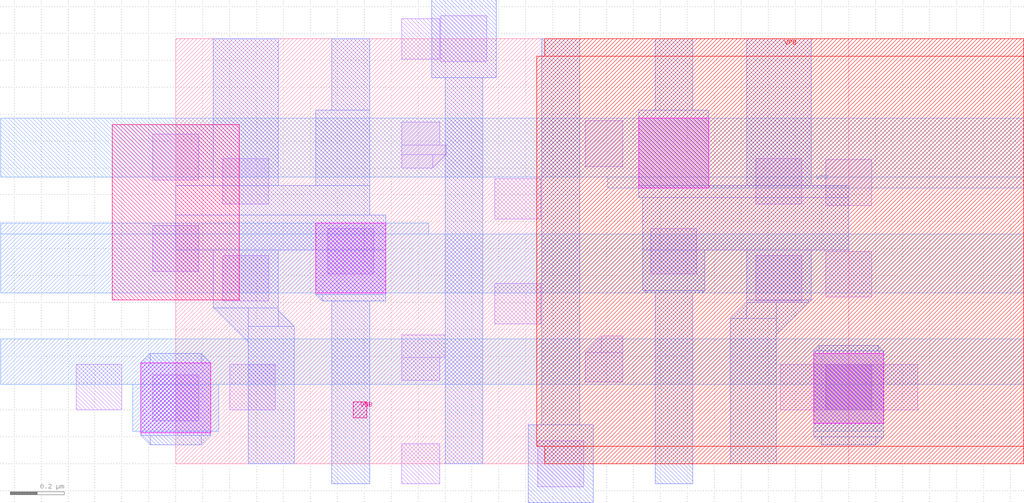
<source format=lef>
# Copyright 2020 The SkyWater PDK Authors
#
# Licensed under the Apache License, Version 2.0 (the "License");
# you may not use this file except in compliance with the License.
# You may obtain a copy of the License at
#
#     https://www.apache.org/licenses/LICENSE-2.0
#
# Unless required by applicable law or agreed to in writing, software
# distributed under the License is distributed on an "AS IS" BASIS,
# WITHOUT WARRANTIES OR CONDITIONS OF ANY KIND, either express or implied.
# See the License for the specific language governing permissions and
# limitations under the License.
#
# SPDX-License-Identifier: Apache-2.0

VERSION 5.7 ;
  NOWIREEXTENSIONATPIN ON ;
  DIVIDERCHAR "/" ;
  BUSBITCHARS "[]" ;
MACRO sky130_fd_bd_sram__openram_cell_6t
  CLASS BLOCK ;
  FOREIGN sky130_fd_bd_sram__openram_cell_6t ;
  ORIGIN  0.000000  0.000000 ;
  SIZE  2.500000 BY  1.580000 ;
  PIN VNB
    PORT
      LAYER pwell ;
        RECT 0.660000 0.170000 0.710000 0.230000 ;
    END
  END VNB
  PIN VPB
    ANTENNADIFFAREA  0.442800 ;
    PORT
      LAYER met2 ;
        RECT -0.650000 1.065000 3.150000 1.285000 ;
        RECT  1.605000 1.025000 3.150000 1.065000 ;
      LAYER nwell ;
        RECT 1.340000 0.065000 3.150000 1.515000 ;
        RECT 1.370000 0.000000 3.150000 0.065000 ;
        RECT 1.370000 1.515000 3.150000 1.580000 ;
    END
  END VPB
  OBS
    LAYER li1 ;
      POLYGON  0.955000  1.150000  1.005000 1.150000 0.955000 1.100000 ;
      POLYGON  1.580000  0.475000  1.580000 0.415000 1.520000 0.415000 ;
      RECT -0.370000  0.200000 -0.200000 0.370000 ;
      RECT -0.085000  0.160000  0.085000 0.330000 ;
      RECT -0.085000  0.715000  0.085000 0.885000 ;
      RECT -0.085000  1.055000  0.085000 1.225000 ;
      RECT  0.175000  0.605000  0.345000 0.775000 ;
      RECT  0.175000  0.965000  0.345000 1.135000 ;
      RECT  0.200000  0.200000  0.370000 0.370000 ;
      RECT  0.565000  0.705000  0.735000 0.875000 ;
      RECT  0.840000 -0.075000  0.980000 0.075000 ;
      RECT  0.840000  0.310000  0.980000 0.395000 ;
      RECT  0.840000  0.395000  1.000000 0.480000 ;
      RECT  0.840000  1.100000  0.955000 1.150000 ;
      RECT  0.840000  1.150000  1.005000 1.185000 ;
      RECT  0.840000  1.185000  0.980000 1.270000 ;
      RECT  0.840000  1.505000  0.980000 1.655000 ;
      RECT  0.985000  1.495000  1.155000 1.665000 ;
      RECT  1.185000  0.520000  1.355000 0.670000 ;
      RECT  1.185000  0.910000  1.355000 1.060000 ;
      RECT  1.345000 -0.085000  1.515000 0.085000 ;
      RECT  1.520000  0.305000  1.660000 0.415000 ;
      RECT  1.520000  1.105000  1.660000 1.275000 ;
      RECT  1.580000  0.415000  1.660000 0.475000 ;
      RECT  1.765000  0.705000  1.935000 0.875000 ;
      RECT  2.155000  0.605000  2.325000 0.775000 ;
      RECT  2.155000  0.965000  2.325000 1.135000 ;
      RECT  2.245000  0.200000  2.755000 0.370000 ;
      RECT  2.415000  0.620000  2.585000 0.790000 ;
      RECT  2.415000  0.960000  2.585000 1.130000 ;
    LAYER mcon ;
      RECT 2.415000 0.200000 2.585000 0.370000 ;
    LAYER met1 ;
      POLYGON -0.130000  0.105000 -0.095000 0.105000 -0.095000 0.070000 ;
      POLYGON -0.095000  0.410000 -0.095000 0.375000 -0.130000 0.375000 ;
      POLYGON  0.095000  0.105000  0.130000 0.105000  0.095000 0.070000 ;
      POLYGON  0.095000  0.410000  0.130000 0.375000  0.095000 0.375000 ;
      POLYGON  0.140000  0.580000  0.270000 0.580000  0.270000 0.450000 ;
      POLYGON  0.380000  0.570000  0.440000 0.510000  0.380000 0.510000 ;
      POLYGON  0.520000  0.630000  0.545000 0.630000  0.545000 0.605000 ;
      POLYGON  1.735000  0.645000  1.745000 0.645000  1.745000 0.635000 ;
      POLYGON  1.955000  0.645000  1.965000 0.645000  1.955000 0.635000 ;
      POLYGON  2.120000  0.600000  2.120000 0.540000  2.060000 0.540000 ;
      POLYGON  2.230000  0.600000  2.350000 0.600000  2.230000 0.480000 ;
      POLYGON  2.350000  0.610000  2.360000 0.610000  2.350000 0.600000 ;
      POLYGON  2.370000  0.100000  2.400000 0.100000  2.400000 0.070000 ;
      POLYGON  2.390000  0.440000  2.390000 0.420000  2.370000 0.420000 ;
      POLYGON  2.600000  0.100000  2.630000 0.100000  2.600000 0.070000 ;
      POLYGON  2.610000  0.440000  2.630000 0.420000  2.610000 0.420000 ;
      RECT -0.130000  0.105000  0.130000 0.375000 ;
      RECT -0.095000  0.070000  0.095000 0.105000 ;
      RECT -0.095000  0.375000  0.095000 0.410000 ;
      RECT  0.000000  0.795000  0.780000 0.925000 ;
      RECT  0.000000  0.925000  0.720000 1.035000 ;
      RECT  0.140000  0.580000  0.380000 0.795000 ;
      RECT  0.140000  1.035000  0.380000 1.580000 ;
      RECT  0.270000  0.000000  0.440000 0.510000 ;
      RECT  0.270000  0.510000  0.380000 0.580000 ;
      RECT  0.520000  0.630000  0.780000 0.795000 ;
      RECT  0.520000  1.035000  0.720000 1.315000 ;
      RECT  0.545000  0.605000  0.780000 0.630000 ;
      RECT  0.580000 -0.075000  0.720000 0.605000 ;
      RECT  0.580000  1.315000  0.720000 1.580000 ;
      RECT  0.950000  1.435000  1.190000 1.725000 ;
      RECT  1.000000  0.000000  1.140000 1.435000 ;
      RECT  1.310000 -0.145000  1.550000 0.145000 ;
      RECT  1.360000  0.145000  1.500000 1.580000 ;
      RECT  1.720000  0.990000  2.500000 1.035000 ;
      RECT  1.720000  1.035000  1.980000 1.315000 ;
      RECT  1.735000  0.645000  1.965000 0.795000 ;
      RECT  1.735000  0.795000  2.500000 0.990000 ;
      RECT  1.745000  0.635000  1.955000 0.645000 ;
      RECT  1.780000 -0.075000  1.920000 0.635000 ;
      RECT  1.780000  1.315000  1.920000 1.580000 ;
      RECT  2.060000  0.000000  2.230000 0.540000 ;
      RECT  2.120000  0.540000  2.230000 0.600000 ;
      RECT  2.120000  0.600000  2.350000 0.610000 ;
      RECT  2.120000  0.610000  2.360000 0.795000 ;
      RECT  2.120000  1.035000  2.360000 1.580000 ;
      RECT  2.370000  0.100000  2.630000 0.420000 ;
      RECT  2.390000  0.420000  2.610000 0.440000 ;
      RECT  2.400000  0.070000  2.600000 0.100000 ;
    LAYER met2 ;
      RECT -0.650000 0.295000 3.150000 0.465000 ;
      RECT -0.650000 0.635000 3.150000 0.855000 ;
      RECT -0.650000 0.855000 0.940000 0.895000 ;
      RECT -0.160000 0.120000 0.160000 0.295000 ;
      RECT -0.130000 0.115000 0.130000 0.120000 ;
      RECT  2.370000 0.120000 2.630000 0.295000 ;
    LAYER pwell ;
      RECT -0.235000 0.610000 0.235000 1.260000 ;
    LAYER via ;
      RECT -0.130000 0.115000 0.130000 0.375000 ;
      RECT  0.520000 0.635000 0.780000 0.895000 ;
      RECT  1.720000 1.025000 1.980000 1.285000 ;
      RECT  2.370000 0.150000 2.630000 0.410000 ;
  END
END sky130_fd_bd_sram__openram_cell_6t
END LIBRARY

</source>
